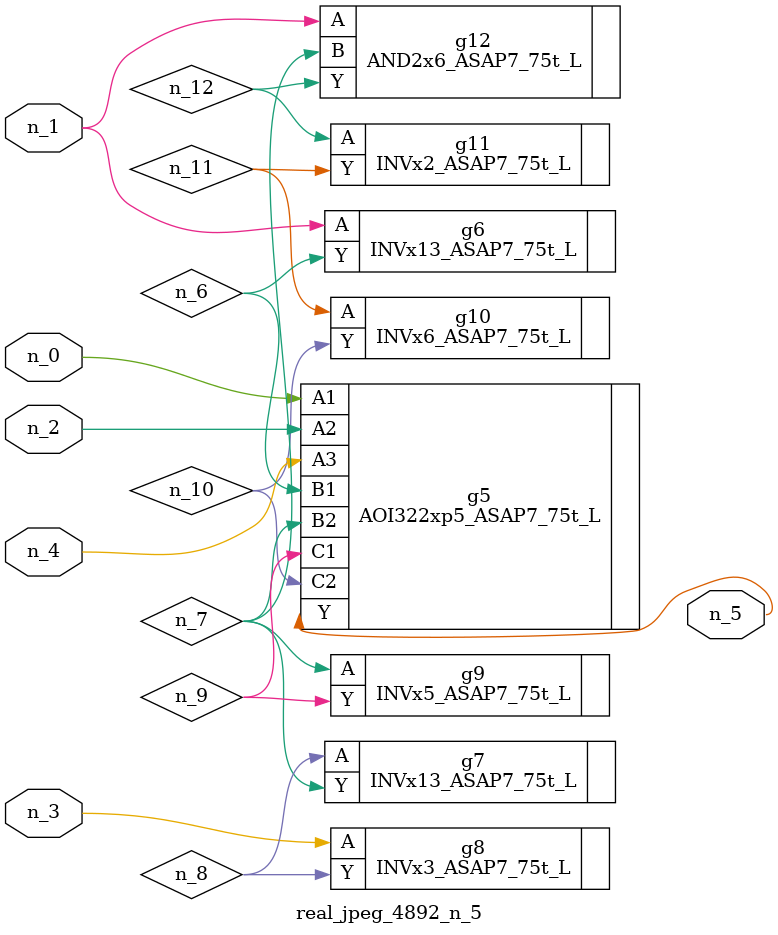
<source format=v>
module real_jpeg_4892_n_5 (n_4, n_0, n_1, n_2, n_3, n_5);

input n_4;
input n_0;
input n_1;
input n_2;
input n_3;

output n_5;

wire n_12;
wire n_8;
wire n_11;
wire n_6;
wire n_7;
wire n_10;
wire n_9;

AOI322xp5_ASAP7_75t_L g5 ( 
.A1(n_0),
.A2(n_2),
.A3(n_4),
.B1(n_6),
.B2(n_7),
.C1(n_9),
.C2(n_10),
.Y(n_5)
);

INVx13_ASAP7_75t_L g6 ( 
.A(n_1),
.Y(n_6)
);

AND2x6_ASAP7_75t_L g12 ( 
.A(n_1),
.B(n_7),
.Y(n_12)
);

INVx3_ASAP7_75t_L g8 ( 
.A(n_3),
.Y(n_8)
);

INVx5_ASAP7_75t_L g9 ( 
.A(n_7),
.Y(n_9)
);

INVx13_ASAP7_75t_L g7 ( 
.A(n_8),
.Y(n_7)
);

INVx6_ASAP7_75t_L g10 ( 
.A(n_11),
.Y(n_10)
);

INVx2_ASAP7_75t_L g11 ( 
.A(n_12),
.Y(n_11)
);


endmodule
</source>
